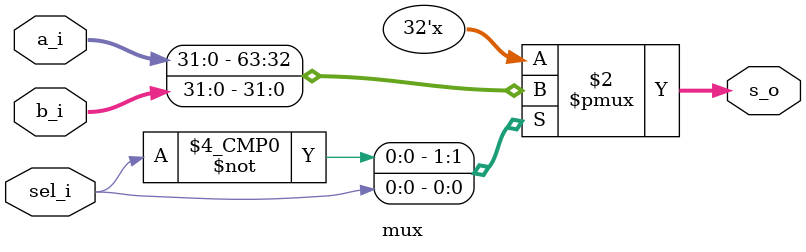
<source format=sv>
`timescale 1ns/1ps

module mux(
    input logic sel_i,
    input logic[31:0] a_i,
    input logic[31:0] b_i,
    output logic[31:0] s_o
);

always_comb begin : select_input
    case (sel_i)
        0:s_o=a_i;
        1:s_o=b_i;
        default:s_o=b_i;
    endcase
end

endmodule : mux
</source>
